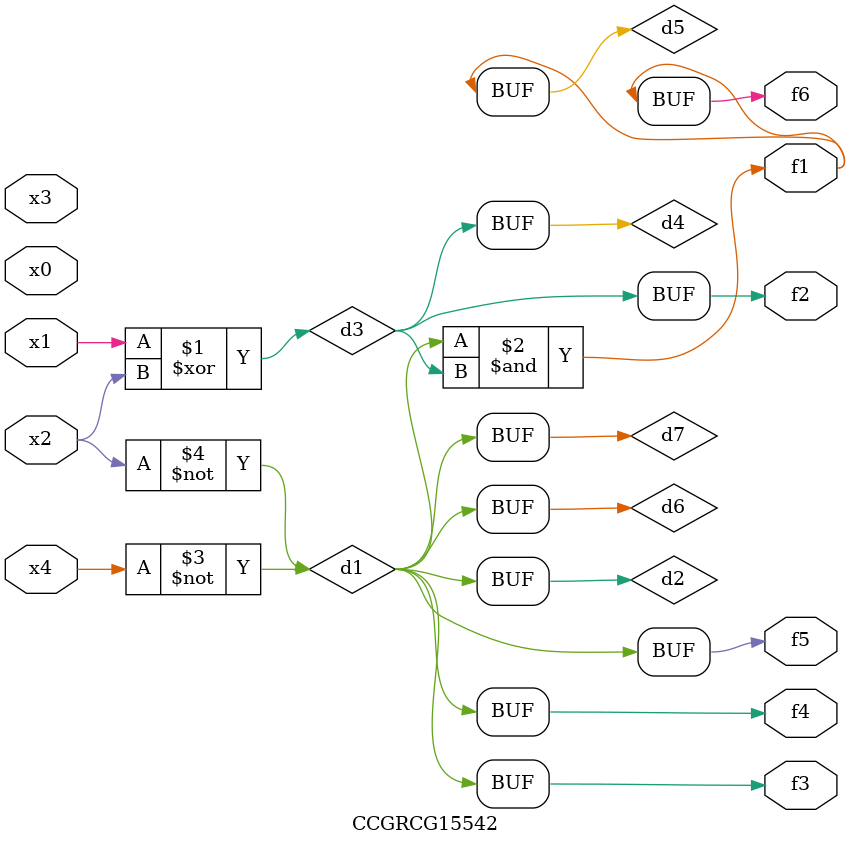
<source format=v>
module CCGRCG15542(
	input x0, x1, x2, x3, x4,
	output f1, f2, f3, f4, f5, f6
);

	wire d1, d2, d3, d4, d5, d6, d7;

	not (d1, x4);
	not (d2, x2);
	xor (d3, x1, x2);
	buf (d4, d3);
	and (d5, d1, d3);
	buf (d6, d1, d2);
	buf (d7, d2);
	assign f1 = d5;
	assign f2 = d4;
	assign f3 = d7;
	assign f4 = d7;
	assign f5 = d7;
	assign f6 = d5;
endmodule

</source>
